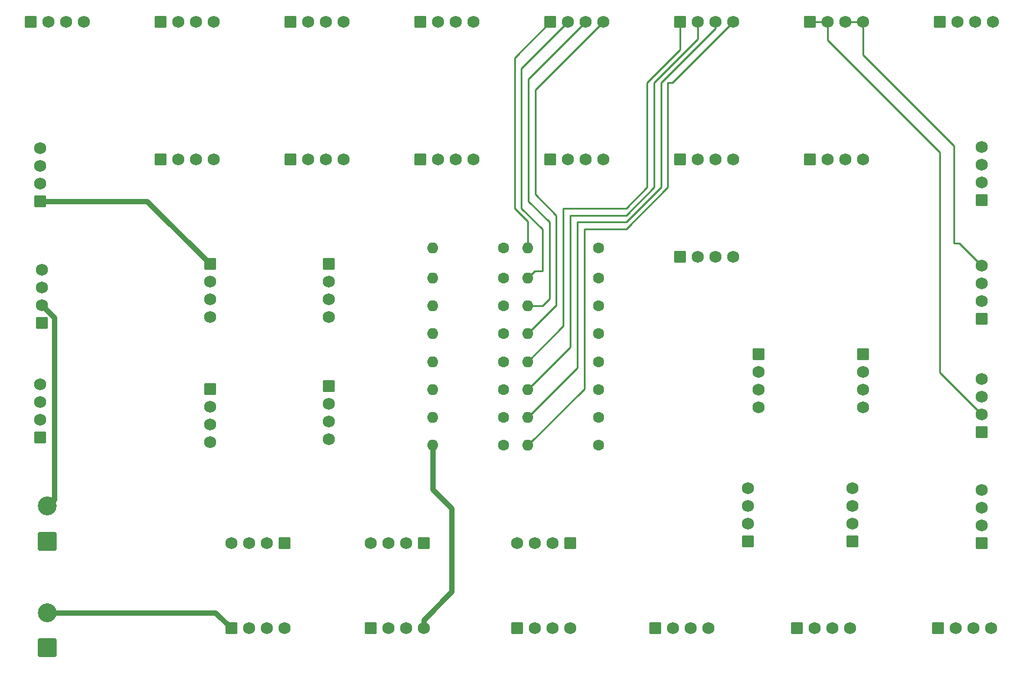
<source format=gbl>
G04 #@! TF.GenerationSoftware,KiCad,Pcbnew,9.0.0*
G04 #@! TF.CreationDate,2025-03-17T11:10:42+01:00*
G04 #@! TF.ProjectId,FBG_PCB,4642475f-5043-4422-9e6b-696361645f70,rev?*
G04 #@! TF.SameCoordinates,Original*
G04 #@! TF.FileFunction,Copper,L4,Bot*
G04 #@! TF.FilePolarity,Positive*
%FSLAX46Y46*%
G04 Gerber Fmt 4.6, Leading zero omitted, Abs format (unit mm)*
G04 Created by KiCad (PCBNEW 9.0.0) date 2025-03-17 11:10:42*
%MOMM*%
%LPD*%
G01*
G04 APERTURE LIST*
G04 Aperture macros list*
%AMRoundRect*
0 Rectangle with rounded corners*
0 $1 Rounding radius*
0 $2 $3 $4 $5 $6 $7 $8 $9 X,Y pos of 4 corners*
0 Add a 4 corners polygon primitive as box body*
4,1,4,$2,$3,$4,$5,$6,$7,$8,$9,$2,$3,0*
0 Add four circle primitives for the rounded corners*
1,1,$1+$1,$2,$3*
1,1,$1+$1,$4,$5*
1,1,$1+$1,$6,$7*
1,1,$1+$1,$8,$9*
0 Add four rect primitives between the rounded corners*
20,1,$1+$1,$2,$3,$4,$5,0*
20,1,$1+$1,$4,$5,$6,$7,0*
20,1,$1+$1,$6,$7,$8,$9,0*
20,1,$1+$1,$8,$9,$2,$3,0*%
G04 Aperture macros list end*
G04 #@! TA.AperFunction,ComponentPad*
%ADD10RoundRect,0.250000X-0.620000X-0.620000X0.620000X-0.620000X0.620000X0.620000X-0.620000X0.620000X0*%
G04 #@! TD*
G04 #@! TA.AperFunction,ComponentPad*
%ADD11C,1.740000*%
G04 #@! TD*
G04 #@! TA.AperFunction,ComponentPad*
%ADD12C,1.600000*%
G04 #@! TD*
G04 #@! TA.AperFunction,ComponentPad*
%ADD13O,1.600000X1.600000*%
G04 #@! TD*
G04 #@! TA.AperFunction,ComponentPad*
%ADD14RoundRect,0.250000X0.620000X0.620000X-0.620000X0.620000X-0.620000X-0.620000X0.620000X-0.620000X0*%
G04 #@! TD*
G04 #@! TA.AperFunction,ComponentPad*
%ADD15RoundRect,0.250000X-0.620000X0.620000X-0.620000X-0.620000X0.620000X-0.620000X0.620000X0.620000X0*%
G04 #@! TD*
G04 #@! TA.AperFunction,ComponentPad*
%ADD16RoundRect,0.250001X1.099999X-1.099999X1.099999X1.099999X-1.099999X1.099999X-1.099999X-1.099999X0*%
G04 #@! TD*
G04 #@! TA.AperFunction,ComponentPad*
%ADD17C,2.700000*%
G04 #@! TD*
G04 #@! TA.AperFunction,ComponentPad*
%ADD18RoundRect,0.250000X0.620000X-0.620000X0.620000X0.620000X-0.620000X0.620000X-0.620000X-0.620000X0*%
G04 #@! TD*
G04 #@! TA.AperFunction,Conductor*
%ADD19C,0.762000*%
G04 #@! TD*
G04 #@! TA.AperFunction,Conductor*
%ADD20C,0.254000*%
G04 #@! TD*
G04 APERTURE END LIST*
D10*
X291468571Y175000000D03*
D11*
X294008571Y175000000D03*
X296548571Y175000000D03*
X299088571Y175000000D03*
D10*
X291468571Y194714667D03*
D11*
X294008571Y194714667D03*
X296548571Y194714667D03*
X299088571Y194714667D03*
D12*
X303460000Y150000000D03*
D13*
X293300000Y150000000D03*
D14*
X292000000Y120000000D03*
D11*
X289460000Y120000000D03*
X286920000Y120000000D03*
X284380000Y120000000D03*
D14*
X313000000Y120000000D03*
D11*
X310460000Y120000000D03*
X307920000Y120000000D03*
X305380000Y120000000D03*
D10*
X325214000Y107750000D03*
D11*
X327754000Y107750000D03*
X330294000Y107750000D03*
X332834000Y107750000D03*
D15*
X340000000Y147080000D03*
D11*
X340000000Y144540000D03*
X340000000Y142000000D03*
X340000000Y139460000D03*
D10*
X310101429Y194714667D03*
D11*
X312641429Y194714667D03*
X315181429Y194714667D03*
X317721429Y194714667D03*
D12*
X317050000Y142000000D03*
D13*
X306890000Y142000000D03*
D10*
X328734286Y175000000D03*
D11*
X331274286Y175000000D03*
X333814286Y175000000D03*
X336354286Y175000000D03*
D12*
X303460000Y138000000D03*
D13*
X293300000Y138000000D03*
D15*
X278380000Y160000000D03*
D11*
X278380000Y157460000D03*
X278380000Y154920000D03*
X278380000Y152380000D03*
D10*
X345492000Y107750000D03*
D11*
X348032000Y107750000D03*
X350572000Y107750000D03*
X353112000Y107750000D03*
D12*
X303460000Y158000000D03*
D13*
X293300000Y158000000D03*
D16*
X238000000Y105000000D03*
D17*
X238000000Y110000000D03*
D10*
X347367143Y175000000D03*
D11*
X349907143Y175000000D03*
X352447143Y175000000D03*
X354987143Y175000000D03*
D10*
X272835714Y194714667D03*
D11*
X275375714Y194714667D03*
X277915714Y194714667D03*
X280455714Y194714667D03*
D15*
X261320000Y142080000D03*
D11*
X261320000Y139540000D03*
X261320000Y137000000D03*
X261320000Y134460000D03*
D12*
X317050000Y150000000D03*
D13*
X306890000Y150000000D03*
D16*
X238000000Y120273750D03*
D17*
X238000000Y125273750D03*
D12*
X317050000Y138000000D03*
D13*
X306890000Y138000000D03*
D10*
X254202857Y194714667D03*
D11*
X256742857Y194714667D03*
X259282857Y194714667D03*
X261822857Y194714667D03*
D10*
X310101429Y175000000D03*
D11*
X312641429Y175000000D03*
X315181429Y175000000D03*
X317721429Y175000000D03*
D18*
X372000000Y169190000D03*
D11*
X372000000Y171730000D03*
X372000000Y174270000D03*
X372000000Y176810000D03*
D12*
X303460000Y162300000D03*
D13*
X293300000Y162300000D03*
D18*
X237000000Y169000000D03*
D11*
X237000000Y171540000D03*
X237000000Y174080000D03*
X237000000Y176620000D03*
D12*
X303460000Y142000000D03*
D13*
X293300000Y142000000D03*
D18*
X372000000Y135920000D03*
D11*
X372000000Y138460000D03*
X372000000Y141000000D03*
X372000000Y143540000D03*
D10*
X347367143Y194714667D03*
D11*
X349907143Y194714667D03*
X352447143Y194714667D03*
X354987143Y194714667D03*
D10*
X305380000Y107750000D03*
D11*
X307920000Y107750000D03*
X310460000Y107750000D03*
X313000000Y107750000D03*
D10*
X328734286Y194714667D03*
D11*
X331274286Y194714667D03*
X333814286Y194714667D03*
X336354286Y194714667D03*
D10*
X366000000Y194714667D03*
D11*
X368540000Y194714667D03*
X371080000Y194714667D03*
X373620000Y194714667D03*
D10*
X365770000Y107750000D03*
D11*
X368310000Y107750000D03*
X370850000Y107750000D03*
X373390000Y107750000D03*
D12*
X303460000Y134000000D03*
D13*
X293300000Y134000000D03*
D10*
X254202857Y175000000D03*
D11*
X256742857Y175000000D03*
X259282857Y175000000D03*
X261822857Y175000000D03*
D12*
X317050000Y146000000D03*
D13*
X306890000Y146000000D03*
D18*
X338500000Y120190000D03*
D11*
X338500000Y122730000D03*
X338500000Y125270000D03*
X338500000Y127810000D03*
D18*
X237000000Y135102500D03*
D11*
X237000000Y137642500D03*
X237000000Y140182500D03*
X237000000Y142722500D03*
D10*
X235570000Y194714667D03*
D11*
X238110000Y194714667D03*
X240650000Y194714667D03*
X243190000Y194714667D03*
D10*
X264380000Y107750000D03*
D11*
X266920000Y107750000D03*
X269460000Y107750000D03*
X272000000Y107750000D03*
D10*
X328734286Y161000000D03*
D11*
X331274286Y161000000D03*
X333814286Y161000000D03*
X336354286Y161000000D03*
D12*
X317050000Y134000000D03*
D13*
X306890000Y134000000D03*
D12*
X317050000Y162300000D03*
D13*
X306890000Y162300000D03*
D15*
X355000000Y147080000D03*
D11*
X355000000Y144540000D03*
X355000000Y142000000D03*
X355000000Y139460000D03*
D12*
X317050000Y154000000D03*
D13*
X306890000Y154000000D03*
D12*
X317050000Y158000000D03*
D13*
X306890000Y158000000D03*
D18*
X372000000Y152190000D03*
D11*
X372000000Y154730000D03*
X372000000Y157270000D03*
X372000000Y159810000D03*
D12*
X303460000Y154000000D03*
D13*
X293300000Y154000000D03*
D15*
X261320000Y160000000D03*
D11*
X261320000Y157460000D03*
X261320000Y154920000D03*
X261320000Y152380000D03*
D14*
X272000000Y120000000D03*
D11*
X269460000Y120000000D03*
X266920000Y120000000D03*
X264380000Y120000000D03*
D18*
X372000000Y120000000D03*
D11*
X372000000Y122540000D03*
X372000000Y125080000D03*
X372000000Y127620000D03*
D10*
X284380000Y107750000D03*
D11*
X286920000Y107750000D03*
X289460000Y107750000D03*
X292000000Y107750000D03*
D12*
X303460000Y146000000D03*
D13*
X293300000Y146000000D03*
D18*
X353500000Y120190000D03*
D11*
X353500000Y122730000D03*
X353500000Y125270000D03*
X353500000Y127810000D03*
D18*
X237250000Y151551250D03*
D11*
X237250000Y154091250D03*
X237250000Y156631250D03*
X237250000Y159171250D03*
D15*
X278380000Y142540000D03*
D11*
X278380000Y140000000D03*
X278380000Y137460000D03*
X278380000Y134920000D03*
D10*
X272835714Y175000000D03*
D11*
X275375714Y175000000D03*
X277915714Y175000000D03*
X280455714Y175000000D03*
D19*
X239000000Y126273750D02*
X238000000Y125273750D01*
X239000000Y152341250D02*
X239000000Y126273750D01*
X237250000Y154091250D02*
X239000000Y152341250D01*
X292000000Y109000000D02*
X292000000Y107750000D01*
X296000000Y125000000D02*
X296000000Y113000000D01*
X262130000Y110000000D02*
X264380000Y107750000D01*
X238000000Y110000000D02*
X262130000Y110000000D01*
X293300000Y127700000D02*
X296000000Y125000000D01*
X296000000Y113000000D02*
X292000000Y109000000D01*
X293300000Y134000000D02*
X293300000Y127700000D01*
X237000000Y169000000D02*
X252320000Y169000000D01*
X252320000Y169000000D02*
X261320000Y160000000D01*
D20*
X306890000Y162300000D02*
X306890000Y166110000D01*
X306890000Y166110000D02*
X305000000Y168000000D01*
X305000000Y189613238D02*
X310101429Y194714667D01*
X307000000Y186533238D02*
X315181429Y194714667D01*
X306890000Y154000000D02*
X309000000Y154000000D01*
X310000000Y155000000D02*
X310000000Y166000000D01*
X309000000Y154000000D02*
X310000000Y155000000D01*
X315568667Y194714667D02*
X315568667Y194568667D01*
X307000000Y169000000D02*
X307000000Y186533238D01*
X310000000Y166000000D02*
X307000000Y169000000D01*
X311000000Y167000000D02*
X308000000Y170000000D01*
X311000000Y154000000D02*
X311000000Y167000000D01*
X310890000Y154000000D02*
X311000000Y154000000D01*
X308006762Y185000000D02*
X317721429Y194714667D01*
X308000000Y185000000D02*
X308006762Y185000000D01*
X308000000Y170000000D02*
X308000000Y185000000D01*
X306890000Y150000000D02*
X310890000Y154000000D01*
X309000000Y159000000D02*
X309000000Y165000000D01*
X307890000Y159000000D02*
X309000000Y159000000D01*
X309000000Y165000000D02*
X306000000Y168000000D01*
X306000000Y188073238D02*
X312641429Y194714667D01*
X306000000Y168000000D02*
X306000000Y188073238D01*
X306890000Y158000000D02*
X307890000Y159000000D01*
X325000000Y186000000D02*
X331274286Y192274286D01*
X325000000Y171000000D02*
X325000000Y186000000D01*
X331274286Y192274286D02*
X331274286Y194714667D01*
X313000000Y167000000D02*
X321000000Y167000000D01*
X313000000Y148110000D02*
X313000000Y167000000D01*
X306890000Y142000000D02*
X313000000Y148110000D01*
X321000000Y167000000D02*
X325000000Y171000000D01*
X327000000Y171000000D02*
X327000000Y186000000D01*
X315000000Y165000000D02*
X321000000Y165000000D01*
X321000000Y165000000D02*
X327000000Y171000000D01*
X315000000Y142110000D02*
X315000000Y165000000D01*
X306890000Y134000000D02*
X315000000Y142110000D01*
X327000000Y186000000D02*
X327639619Y186000000D01*
X327639619Y186000000D02*
X336354286Y194714667D01*
X336000000Y194136734D02*
X336577933Y194714667D01*
X312000000Y151110000D02*
X312000000Y168000000D01*
X306890000Y146000000D02*
X312000000Y151110000D01*
X324000000Y186000000D02*
X328734286Y190734286D01*
X328734286Y190734286D02*
X328734286Y194714667D01*
X321000000Y168000000D02*
X324000000Y171000000D01*
X312000000Y168000000D02*
X321000000Y168000000D01*
X324000000Y171000000D02*
X324000000Y186000000D01*
X306890000Y138000000D02*
X314000000Y145110000D01*
X326000000Y171000000D02*
X326000000Y186000000D01*
X314000000Y166000000D02*
X321000000Y166000000D01*
X321000000Y166000000D02*
X326000000Y171000000D01*
X326000000Y186000000D02*
X333814286Y193814286D01*
X314000000Y145110000D02*
X314000000Y166000000D01*
X333814286Y193814286D02*
X333814286Y194714667D01*
X366000000Y144460000D02*
X372000000Y138460000D01*
X349907143Y194714667D02*
X349907143Y192092857D01*
X366000000Y176000000D02*
X366000000Y144460000D01*
X349907143Y192092857D02*
X366000000Y176000000D01*
X349907143Y194714667D02*
X347367143Y194714667D01*
X368000000Y177000000D02*
X368000000Y163000000D01*
X354987143Y190012857D02*
X368000000Y177000000D01*
X368810000Y163000000D02*
X372000000Y159810000D01*
X352447143Y194714667D02*
X354987143Y194714667D01*
X368000000Y163000000D02*
X368810000Y163000000D01*
X354987143Y194714667D02*
X354987143Y190012857D01*
X305000000Y168000000D02*
X305000000Y189613238D01*
M02*

</source>
